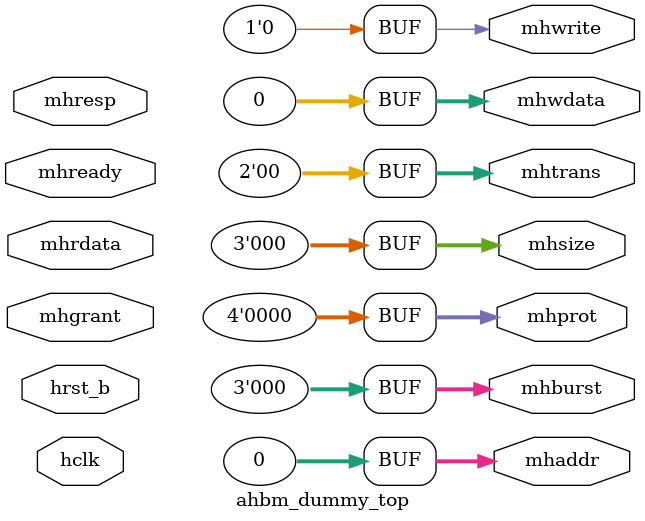
<source format=v>
/*
Copyright (c) 2019 Alibaba Group Holding Limited

Permission is hereby granted, free of charge, to any person obtaining a copy of this software and associated documentation files (the "Software"), to deal in the Software without restriction, including without limitation the rights to use, copy, modify, merge, publish, distribute, sublicense, and/or sell copies of the Software, and to permit persons to whom the Software is furnished to do so, subject to the following conditions:

The above copyright notice and this permission notice shall be included in all copies or substantial portions of the Software.

THE SOFTWARE IS PROVIDED "AS IS", WITHOUT WARRANTY OF ANY KIND, EXPRESS OR IMPLIED, INCLUDING BUT NOT LIMITED TO THE WARRANTIES OF MERCHANTABILITY, FITNESS FOR A PARTICULAR PURPOSE AND NONINFRINGEMENT. IN NO EVENT SHALL THE AUTHORS OR COPYRIGHT HOLDERS BE LIABLE FOR ANY CLAIM, DAMAGES OR OTHER LIABILITY, WHETHER IN AN ACTION OF CONTRACT, TORT OR OTHERWISE, ARISING FROM, OUT OF OR IN CONNECTION WITH THE SOFTWARE OR THE USE OR OTHER DEALINGS IN THE SOFTWARE.

*/
module ahbm_dummy_top(
hclk,
hrst_b,
mhrdata,
mhresp,
mhready,
mhgrant,
mhwdata,
mhburst,
mhtrans,
mhwrite,
mhaddr,
mhsize,
mhprot
);
output   [31:0]  mhaddr;       
output   [2 :0]  mhburst;      
output   [3 :0]  mhprot;       
output   [2 :0]  mhsize;       
output   [1 :0]  mhtrans;      
output   [31:0]  mhwdata;      
output           mhwrite; 
input          hclk;      
input          hrst_b;      
input          mhgrant;      
input  [31:0]  mhrdata;      
input          mhready;      
input  [1 :0]  mhresp;  
wire   [31:0]  mhaddr;       
wire   [2 :0]  mhburst;      
wire   [3 :0]  mhprot;       
wire   [2 :0]  mhsize;       
wire   [1 :0]  mhtrans;      
wire   [31:0]  mhwdata;      
wire           mhwrite; 
assign mhaddr[31:0]  = 32'b0; 
assign mhburst[2 :0] = 3'b0; 
assign mhprot[3 :0]  = 4'b0;
assign mhsize[2 :0]  = 3'b0;
assign mhtrans[1 :0] = 2'b0; 
assign mhwdata[31:0] = 32'b0; 
assign mhwrite       = 1'b0;
endmodule

</source>
